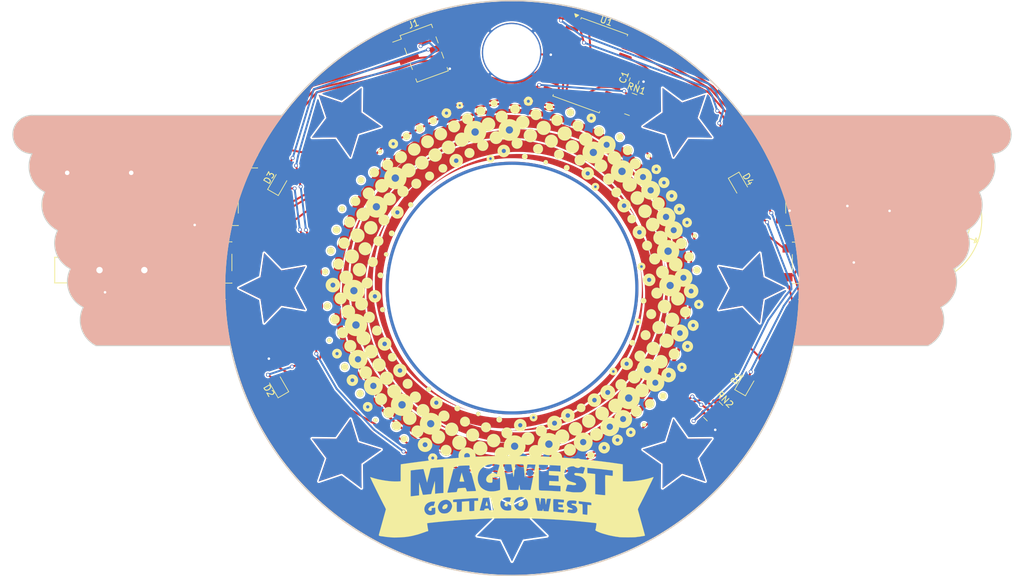
<source format=kicad_pcb>
(kicad_pcb (version 20240108) (generator "pcbnew") (generator_version "8.0")
  (layers (0 "F.Cu" signal) (31 "B.Cu" signal) (34 "B.Paste" user) (35 "F.Paste" user) (36 "B.SilkS" user "B.Silkscreen") (37 "F.SilkS" user "F.Silkscreen") (38 "B.Mask" user) (39 "F.Mask" user) (44 "Edge.Cuts" user))
  (net 0 "")
  (net 1 "VCC")
  (net 2 "GND")
  (net 3 "reset")
  (net 4 "TouchA")
  (net 5 "TouchB")
  (net 6 "TouchC")
  (net 7 "SW_A")
  (net 8 "SW_B")
  (net 9 "SW_C")
  (net 10 "SW_D")
  (net 11 "SW_E")
  (net 12 "SW_F")
  (net 13 "SW_G")
  (net 14 "SW_H")
  (net 15 "Net-(D1-K)")
  (net 16 "Net-(D1-A)")
  (net 17 "Net-(D2-K)")
  (net 18 "Net-(D3-K)")
  (net 19 "Net-(D3-A)")
  (net 20 "Net-(D4-K)")
  (net 21 "Net-(U1-(ADC8{slash}OC1D{slash}CLKO{slash}XTAL2{slash}PCINT13)PB5)")
  (net 22 "Net-(U1-(ADC7{slash}~{OC1D}{slash}CLKI{slash}XTAL1{slash}PCINT12)PB4)")
  (footprint "custom:S8211-45R" (layer "F.Cu") (at 213.14 89.19 -110)
    (property "Reference" "BT1")
    (property "Value" "Battery_Cell")
  )
  (footprint "Connector_PinHeader_2.54mm:PinHeader_2x03_P2.54mm_Vertical_SMD" (layer "F.Cu") (at 136.28 63.3 20)
    (property "Reference" "J1")
    (property "Value" "PGM")
  )
  (footprint "custom:SJ-252X-SMT" (layer "F.Cu") (at 83.55 97.19)
    (property "Reference" "J2")
    (property "Value" "JACK_2P")
  )
  (footprint "custom:PS1740P02CE" (layer "F.Cu") (at 85.5 81.99 180)
    (property "Reference" "LS1")
    (property "Value" "Speaker_Crystal")
  )
  (footprint "Button_Switch_SMD:SW_SPST_PTS645" (layer "F.Cu") (at 107 78)
    (property "Reference" "S1")
    (property "Value" "SW_SPST")
  )
  (footprint "Button_Switch_SMD:SW_SPST_PTS645" (layer "F.Cu") (at 104 87)
    (property "Reference" "S2")
    (property "Value" "SW_SPST")
  )
  (footprint "Button_Switch_SMD:SW_SPST_PTS645" (layer "F.Cu") (at 103 96)
    (property "Reference" "S3")
    (property "Value" "SW_SPST")
  )
  (footprint "Button_Switch_SMD:SW_SPST_PTS645" (layer "F.Cu") (at 102 105)
    (property "Reference" "S4")
    (property "Value" "SW_SPST")
  )
  (footprint "custom:test_star4_copper" (layer "F.Cu") (at 123.483496 73.483496 45)
    (property "Reference" "G27" (hide yes))
    (property "Value" "LOGO" (hide yes))
  )
  (footprint "custom:test_star4_copper" (layer "F.Cu") (at 112.5 100 90)
    (property "Reference" "G26" (hide yes))
    (property "Value" "LOGO" (hide yes))
  )
  (footprint "custom:test_star4_copper" (layer "F.Cu") (at 123.483496 126.516504 135)
    (property "Reference" "G25" (hide yes))
    (property "Value" "LOGO" (hide yes))
  )
  (footprint "custom:test_star4_copper" (layer "F.Cu") (at 176.516504 126.516504 -135)
    (property "Reference" "G23" (hide yes))
    (property "Value" "LOGO" (hide yes))
  )
  (footprint "custom:test_star4_copper" (layer "F.Cu") (at 187.5 100 -90)
    (property "Reference" "G22" (hide yes))
    (property "Value" "LOGO" (hide yes))
  )
  (footprint "custom:test_star4_copper" (layer "F.Cu") (at 176.516504 73.483496 -45)
    (property "Reference" "G21" (hide yes))
    (property "Value" "LOGO" (hide yes))
  )
  (footprint "custom:test_star4" (layer "F.Cu") (at 123.483496 73.483496 45)
    (property "Reference" "G13" (hide yes))
    (property "Value" "LOGO" (hide yes))
  )
  (footprint "custom:test_star4" (layer "F.Cu") (at 112.5 100 90)
    (property "Reference" "G12" (hide yes))
    (property "Value" "LOGO" (hide yes))
  )
  (footprint "custom:test_star4" (layer "F.Cu") (at 123.483496 126.516504 135)
    (property "Reference" "G11" (hide yes))
    (property "Value" "LOGO" (hide yes))
  )
  (footprint "custom:test_star4" (layer "F.Cu") (at 176.516504 126.516504 -135)
    (property "Reference" "G9" (hide yes))
    (property "Value" "LOGO" (hide yes))
  )
  (footprint "custom:test_star4" (layer "F.Cu") (at 187.5 100 -90)
    (property "Reference" "G8" (hide yes))
    (property "Value" "LOGO" (hide yes))
  )
  (footprint "custom:test_star4" (layer "F.Cu") (at 176.516504 73.483496 -45)
    (property "Reference" "G7" (hide yes))
    (property "Value" "LOGO" (hide yes))
  )
  (footprint "Button_Switch_SMD:SW_SPST_PTS645" (layer "F.Cu") (at 195 78)
    (property "Reference" "S5")
    (property "Value" "SW_SPST")
  )
  (footprint "Button_Switch_SMD:SW_SPST_PTS645" (layer "F.Cu") (at 196 87)
    (property "Reference" "S6")
    (property "Value" "SW_SPST")
  )
  (footprint "Button_Switch_SMD:SW_SPST_PTS645" (layer "F.Cu") (at 197.028 96.05)
    (property "Reference" "S7")
    (property "Value" "SW_SPST")
  )
  (footprint "Button_Switch_SMD:SW_SPST_PTS645" (layer "F.Cu") (at 198 105)
    (property "Reference" "S8")
    (property "Value" "SW_SPST")
  )
  (footprint "Capacitor_SMD:C_0805_2012Metric" (layer "F.Cu") (at 169.07 67.65 70)
    (property "Reference" "C1")
    (property "Value" "BYP")
  )
  (footprint "Resistor_SMD:R_Array_Concave_4x0603" (layer "F.Cu") (at 168.552988 71.286408 -20)
    (property "Reference" "RN1")
    (property "Value" "1M")
  )
  (footprint "Package_SO:SOIC-20W_7.5x12.8mm_P1.27mm" (layer "F.Cu") (at 162.23 65.19 -20)
    (property "Reference" "U1")
    (property "Value" "ATTINY861A-SU")
  )
  (footprint "SMD_Packages:1Pin" (layer "F.Cu") (at 150 100)
    (property "Reference" "REF**")
    (property "Value" "1Pin")
  )
  (footprint "centerspin:centerspin" (layer "F.Cu") (at 150 99.9998)
    (property "Reference" "REF**" (hide yes))
    (property "Value" "Centertouch" (hide yes))
  )
  (footprint "Connectors:1pin" (layer "F.Cu") (at 149.94 63.2)
    (property "Reference" "L1")
    (property "Value" "LANYARD")
  )
  (footprint "Resistor_SMD:R_Array_Concave_4x0603" (layer "F.Cu") (at 181.44 119.25707 -45)
    (property "Reference" "RN2")
    (property "Value" "10k")
  )
  (footprint "LED_SMD:LED_0805_2012Metric" (layer "F.Cu") (at 186.47 114.89 60)
    (property "Reference" "D1")
    (property "Value" "LED")
  )
  (footprint "LED_SMD:LED_0805_2012Metric" (layer "F.Cu") (at 113.44 115.21 120)
    (property "Reference" "D2")
    (property "Value" "LED")
  )
  (footprint "LED_SMD:LED_0805_2012Metric" (layer "F.Cu") (at 113.49 83.6 60)
    (property "Reference" "D3")
    (property "Value" "LED")
  )
  (footprint "LED_SMD:LED_0805_2012Metric" (layer "F.Cu") (at 185.47 83.82 -60)
    (property "Reference" "D4")
    (property "Value" "LED")
  )
  (footprint "halftone:halftoneSilk" (layer "F.Cu") (at 150 100 30)
    (property "Reference" "")
    (property "Value" "")
  )
  (footprint "customs:Logo" (layer "F.Cu") (at 150 133.75)
    (property "Reference" "G***" (hide yes))
    (property "Value" "LOGO" (hide yes))
  )
  (footprint "custom:test_star4_copper" (layer "B.Cu") (at 123.483496 73.483496 -135)
    (property "Reference" "G20" (hide yes))
    (property "Value" "LOGO" (hide yes))
  )
  (footprint "custom:test_star4_copper" (layer "B.Cu") (at 112.5 100 -90)
    (property "Reference" "G19" (hide yes))
    (property "Value" "LOGO" (hide yes))
  )
  (footprint "custom:test_star4_copper" (layer "B.Cu") (at 123.483496 126.516504 -45)
    (property "Reference" "G18" (hide yes))
    (property "Value" "LOGO" (hide yes))
  )
  (footprint "custom:test_star4_copper" (layer "B.Cu") (at 176.516504 126.516504 45)
    (property "Reference" "G16" (hide yes))
    (property "Value" "LOGO" (hide yes))
  )
  (footprint "custom:test_star4_copper" (layer "B.Cu") (at 187.5 100 90)
    (property "Reference" "G15" (hide yes))
    (property "Value" "LOGO" (hide yes))
  )
  (footprint "custom:test_star4_copper" (layer "B.Cu") (at 176.516504 73.483496 135)
    (property "Reference" "G14" (hide yes))
    (property "Value" "LOGO" (hide yes))
  )
  (footprint "custom:test_star4" (layer "B.Cu") (at 123.483496 73.483496 -135)
    (property "Reference" "G6" (hide yes))
    (property "Value" "LOGO" (hide yes))
  )
  (footprint "custom:test_star4" (layer "B.Cu") (at 112.5 100 -90)
    (property "Reference" "G5" (hide yes))
    (property "Value" "LOGO" (hide yes))
  )
  (footprint "custom:test_star4" (layer "B.Cu") (at 123.483496 126.516504 -45)
    (property "Reference" "G4" (hide yes))
    (property "Value" "LOGO" (hide yes))
  )
  (footprint "custom:test_star4" (layer "B.Cu") (at 176.516504 126.516504 45)
    (property "Reference" "G2" (hide yes))
    (property "Value" "LOGO" (hide yes))
  )
  (footprint "custom:test_star4" (layer "B.Cu") (at 187.5 100 90)
    (property "Reference" "G1" (hide yes))
    (property "Value" "LOGO" (hide yes))
  )
  (footprint "custom:test_star4" (layer "B.Cu") (at 176.516504 73.483496 135)
    (property "Reference" "G0" (hide yes))
    (property "Value" "LOGO" (hide yes))
  )
  (footprint "halftone:halftone" (layer "B.Cu") (at 150 100 30)
    (property "Reference" "")
    (property "Value" "")
  )
  (footprint "custom:test_star4" (layer "B.Cu") (at 150 137.5)
    (property "Reference" "G4" (hide yes))
    (property "Value" "LOGO" (hide yes))
  )
  (footprint "custom:test_star4_copper" (layer "B.Cu") (at 150 137.5)
    (property "Reference" "G18" (hide yes))
    (property "Value" "LOGO" (hide yes))
  )
  (gr_circle (center 150 100) (end 194.9 100.8) (stroke (width 0.2)) (fill none) (layer "B.SilkS"))
  (gr_circle (center 150 100) (end 194 109) (stroke (width 0.2)) (fill none) (layer "F.SilkS"))
  (gr_line (start 114 73) (end 75 73) (stroke (width 0.15)) (layer "Edge.Cuts"))
  (gr_arc (start 72 76) (mid 72.87868 73.87868) (end 75 73) (stroke (width 0.15)) (layer "Edge.Cuts"))
  (gr_arc (start 75 79) (mid 72.87868 78.12132) (end 72 76) (stroke (width 0.15)) (layer "Edge.Cuts"))
  (gr_arc (start 77 85) (mid 74.757359 82.414214) (end 75 79) (stroke (width 0.15)) (layer "Edge.Cuts"))
  (gr_arc (start 79 91) (mid 76.757359 88.414214) (end 77 85) (stroke (width 0.15)) (layer "Edge.Cuts"))
  (gr_arc (start 81 97) (mid 78.757359 94.414214) (end 79 91) (stroke (width 0.15)) (layer "Edge.Cuts"))
  (gr_arc (start 83 103) (mid 80.757359 100.414214) (end 81 97) (stroke (width 0.15)) (layer "Edge.Cuts"))
  (gr_arc (start 85 109) (mid 82.757359 106.414214) (end 83 103) (stroke (width 0.15)) (layer "Edge.Cuts"))
  (gr_line (start 174.4 62.3) (end 175.2 62.8) (stroke (width 0.15)) (layer "Edge.Cuts"))
  (gr_line (start 111.2 122.6) (end 110.7 121.8) (stroke (width 0.15)) (layer "Edge.Cuts"))
  (gr_line (start 170 140.2) (end 168.8 140.8) (stroke (width 0.15)) (layer "Edge.Cuts"))
  (gr_line (start 106 109) (end 85 109) (stroke (width 0.15)) (layer "Edge.Cuts"))
  (gr_arc (start 225 73) (mid 227.12132 73.87868) (end 228 76) (stroke (width 0.15)) (layer "Edge.Cuts"))
  (gr_line (start 107.8 115.5) (end 107.4 114.3) (stroke (width 0.15)) (layer "Edge.Cuts"))
  (gr_line (start 167.5 58.6) (end 168.8 59.2) (stroke (width 0.15)) (layer "Edge.Cuts"))
  (gr_line (start 185.7 127.2) (end 185.1 128) (stroke (width 0.15)) (layer "Edge.Cuts"))
  (gr_line (start 186.6 126) (end 186.1 126.7) (stroke (width 0.15)) (layer "Edge.Cuts"))
  (gr_line (start 185.1 128) (end 184.5 128.7) (stroke (width 0.15)) (layer "Edge.Cuts"))
  (gr_line (start 108.8 117.9) (end 108.3 116.7) (stroke (width 0.15)) (layer "Edge.Cuts"))
  (gr_line (start 173.3 138.4) (end 172.3 139) (stroke (width 0.15)) (layer "Edge.Cuts"))
  (gr_line (start 144 55.5) (end 145.5 55.3) (stroke (width 0.15)) (layer "Edge.Cuts"))
  (gr_line (start 109.8 120) (end 109.3 119) (stroke (width 0.15)) (layer "Edge.Cuts"))
  (gr_line (start 162.6 56.9) (end 163.9 57.3) (stroke (width 0.15)) (layer "Edge.Cuts"))
  (gr_line (start 180.6 132.9) (end 179.9 133.5) (stroke (width 0.15)) (layer "Edge.Cuts"))
  (gr_line (start 188.7 122.8) (end 188.4 123.3) (stroke (width 0.15)) (layer "Edge.Cuts"))
  (gr_line (start 179.9 133.5) (end 179.2 134.1) (stroke (width 0.15)) (layer "Edge.Cuts"))
  (gr_line (start 178.1 65) (end 178.9 65.6) (stroke (width 0.15)) (layer "Edge.Cuts"))
  (gr_line (start 182 131.5) (end 181.3 132.2) (stroke (width 0.15)) (layer "Edge.Cuts"))
  (gr_line (start 186.1 126.7) (end 185.7 127.2) (stroke (width 0.15)) (layer "Edge.Cuts"))
  (gr_line (start 191.8 116.5) (end 191.5 117.2) (stroke (width 0.15)) (layer "Edge.Cuts"))
  (gr_line (start 123.3 136.1) (end 122.2 135.3) (stroke (width 0.15)) (layer "Edge.Cuts"))
  (gr_line (start 114.1 127) (end 113.3 125.9) (stroke (width 0.15)) (layer "Edge.Cuts"))
  (gr_line (start 168.1 141.1) (end 167.4 141.4) (stroke (width 0.15)) (layer "Edge.Cuts"))
  (gr_line (start 115.2 71.6) (end 116.2 70.4) (stroke (width 0.15)) (layer "Edge.Cuts"))
  (gr_line (start 122.2 135.3) (end 121.1 134.4) (stroke (width 0.15)) (layer "Edge.Cuts"))
  (gr_line (start 178.9 65.6) (end 179.5 66.1) (stroke (width 0.15)) (layer "Edge.Cuts"))
  (gr_line (start 182.8 130.7) (end 182 131.5) (stroke (width 0.15)) (layer "Edge.Cuts"))
  (gr_line (start 132.3 58.7) (end 133.6 58.2) (stroke (width 0.15)) (layer "Edge.Cuts"))
  (gr_line (start 146.8 144.8) (end 144.8 144.6) (stroke (width 0.15)) (layer "Edge.Cuts"))
  (gr_line (start 158.6 55.9) (end 160.1 56.2) (stroke (width 0.15)) (layer "Edge.Cuts"))
  (gr_arc (start 217 103) (mid 217.242641 106.414214) (end 215 109) (stroke (width 0.15)) (layer "Edge.Cuts"))
  (gr_line (start 148.8 144.9) (end 146.8 144.8) (stroke (width 0.15)) (layer "Edge.Cuts"))
  (gr_line (start 131 59.3) (end 132.3 58.7) (stroke (width 0.15)) (layer "Edge.Cuts"))
  (gr_line (start 174.4 137.7) (end 173.3 138.4) (stroke (width 0.15)) (layer "Edge.Cuts"))
  (gr_line (start 185.8 72.8) (end 186 73) (stroke (width 0.15)) (layer "Edge.Cuts"))
  (gr_line (start 193.2 112.2) (end 193 113) (stroke (width 0.15)) (layer "Edge.Cuts"))
  (gr_line (start 116.2 70.4) (end 117.2 69.3) (stroke (width 0.15)) (layer "Edge.Cuts"))
  (gr_arc (start 221 91) (mid 221.242641 94.414214) (end 219 97) (stroke (width 0.15)) (layer "Edge.Cuts"))
  (gr_line (start 124.6 137) (end 123.3 136.1) (stroke (width 0.15)) (layer "Edge.Cuts"))
  (gr_line (start 119.1 132.6) (end 118.2 131.7) (stroke (width 0.15)) (layer "Edge.Cuts"))
  (gr_line (start 117.3 130.8) (end 116.4 129.8) (stroke (width 0.15)) (layer "Edge.Cuts"))
  (gr_line (start 159 144) (end 157.4 144.3) (stroke (width 0.15)) (layer "Edge.Cuts"))
  (gr_line (start 116.4 129.8) (end 115.7 129) (stroke (width 0.15)) (layer "Edge.Cuts"))
  (gr_line (start 132.1 141.2) (end 130.2 140.3) (stroke (width 0.15)) (layer "Edge.Cuts"))
  (gr_line (start 176.7 136.1) (end 175.6 136.9) (stroke (width 0.15)) (layer "Edge.Cuts"))
  (gr_line (start 190.9 118.6) (end 190.6 119.2) (stroke (width 0.15)) (layer "Edge.Cuts"))
  (gr_line (start 186 73) (end 225 73) (stroke (width 0.15)) (layer "Edge.Cuts"))
  (gr_line (start 167.4 141.4) (end 166.4 141.8) (stroke (width 0.15)) (layer "Edge.Cuts"))
  (gr_line (start 190.6 119.2) (end 190.3 119.8) (stroke (width 0.15)) (layer "Edge.Cuts"))
  (gr_line (start 169.8 59.7) (end 171 60.3) (stroke (width 0.15)) (layer "Edge.Cuts"))
  (gr_line (start 144.8 144.6) (end 142.7 144.3) (stroke (width 0.15)) (layer "Edge.Cuts"))
  (gr_line (start 161.2 143.5) (end 160.2 143.7) (stroke (width 0.15)) (layer "Edge.Cuts"))
  (gr_arc (start 225 79) (mid 225.242641 82.414214) (end 223 85) (stroke (width 0.15)) (layer "Edge.Cuts"))
  (gr_line (start 165.6 142.1) (end 164.8 142.4) (stroke (width 0.15)) (layer "Edge.Cuts"))
  (gr_arc (start 219 97) (mid 219.242641 100.414214) (end 217 103) (stroke (width 0.15)) (layer "Edge.Cuts"))
  (gr_line (start 122.7 64.3) (end 124.4 63.1) (stroke (width 0.15)) (layer "Edge.Cuts"))
  (gr_line (start 192.1 115.7) (end 191.8 116.5) (stroke (width 0.15)) (layer "Edge.Cuts"))
  (gr_line (start 171 60.3) (end 171.9 60.8) (stroke (width 0.15)) (layer "Edge.Cuts"))
  (gr_line (start 138.1 56.7) (end 139.7 56.3) (stroke (width 0.15)) (layer "Edge.Cuts"))
  (gr_line (start 113.3 125.9) (end 112.5 124.7) (stroke (width 0.15)) (layer "Edge.Cuts"))
  (gr_line (start 106.3 110.3) (end 106 109) (stroke (width 0.15)) (layer "Edge.Cuts"))
  (gr_line (start 193 113) (end 192.7 113.9) (stroke (width 0.15)) (layer "Edge.Cuts"))
  (gr_line (start 107 112.9) (end 106.6 111.5) (stroke (width 0.15)) (layer "Edge.Cuts"))
  (gr_line (start 129.5 60) (end 131 59.3) (stroke (width 0.15)) (layer "Edge.Cuts"))
  (gr_line (start 194 109) (end 193.8 110) (stroke (width 0.15)) (layer "Edge.Cuts"))
  (gr_line (start 112.5 124.7) (end 111.8 123.6) (stroke (width 0.15)) (layer "Edge.Cuts"))
  (gr_line (start 117.2 69.3) (end 118 68.5) (stroke (width 0.15)) (layer "Edge.Cuts"))
  (gr_line (start 153 55.2) (end 154.4 55.3) (stroke (width 0.15)) (layer "Edge.Cuts"))
  (gr_line (start 119 67.5) (end 120.5 66.1) (stroke (width 0.15)) (layer "Edge.Cuts"))
  (gr_line (start 137 143) (end 135.4 142.5) (stroke (width 0.15)) (layer "Edge.Cuts"))
  (gr_line (start 183.8 70.4) (end 184.2 70.9) (stroke (width 0.15)) (layer "Edge.Cuts"))
  (gr_line (start 106.6 111.5) (end 106.3 110.3) (stroke (width 0.15)) (layer "Edge.Cuts"))
  (gr_line (start 191.5 117.2) (end 191.2 117.9) (stroke (width 0.15)) (layer "Edge.Cuts"))
  (gr_line (start 177.3 64.3) (end 178.1 65) (stroke (width 0.15)) (layer "Edge.Cuts"))
  (gr_line (start 160.2 143.7) (end 159 144) (stroke (width 0.15)) (layer "Edge.Cuts"))
  (gr_line (start 121.1 134.4) (end 120.2 133.6) (stroke (width 0.15)) (layer "Edge.Cuts"))
  (gr_line (start 121.6 65.2) (end 122.7 64.3) (stroke (width 0.15)) (layer "Edge.Cuts"))
  (gr_line (start 164.8 142.4) (end 163.8 142.7) (stroke (width 0.15)) (layer "Edge.Cuts"))
  (gr_line (start 147 55.2) (end 148.7 55.1) (stroke (width 0.15)) (layer "Edge.Cuts"))
  (gr_line (start 175.9 63.3) (end 176.6 63.8) (stroke (width 0.15)) (layer "Edge.Cuts"))
  (gr_line (start 140.4 143.9) (end 138.8 143.5) (stroke (width 0.15)) (layer "Edge.Cuts"))
  (gr_line (start 215 109) (end 194 109) (stroke (width 0.15)) (layer "Edge.Cuts"))
  (gr_line (start 127.2 138.7) (end 125.9 137.9) (stroke (width 0.15)) (layer "Edge.Cuts"))
  (gr_line (start 188.4 123.3) (end 187.9 124.1) (stroke (width 0.15)) (layer "Edge.Cuts"))
  (gr_line (start 111.8 123.6) (end 111.2 122.6) (stroke (width 0.15)) (layer "Edge.Cuts"))
  (gr_line (start 193.4 111.5) (end 193.2 112.2) (stroke (width 0.15)) (layer "Edge.Cuts"))
  (gr_line (start 168.8 59.2) (end 169.8 59.7) (stroke (width 0.15)) (layer "Edge.Cuts"))
  (gr_line (start 190.3 119.8) (end 190 120.4) (stroke (width 0.15)) (layer "Edge.Cuts"))
  (gr_line (start 128.4 139.4) (end 127.2 138.7) (stroke (width 0.15)) (layer "Edge.Cuts"))
  (gr_line (start 179.5 66.1) (end 180.3 66.8) (stroke (width 0.15)) (layer "Edge.Cuts"))
  (gr_line (start 181.8 68.3) (end 182.4 68.9) (stroke (width 0.15)) (layer "Edge.Cuts"))
  (gr_line (start 180.9 67.4) (end 181.3 67.8) (stroke (width 0.15)) (layer "Edge.Cuts"))
  (gr_line (start 178.4 134.8) (end 177.5 135.5) (stroke (width 0.15)) (layer "Edge.Cuts"))
  (gr_line (start 171.1 139.6) (end 170 140.2) (stroke (width 0.15)) (layer "Edge.Cuts"))
  (gr_line (start 110.7 121.8) (end 110.2 120.8) (stroke (width 0.15)) (layer "Edge.Cuts"))
  (gr_line (start 163 143) (end 162.2 143.2) (stroke (width 0.15)) (layer "Edge.Cuts"))
  (gr_line (start 177.5 135.5) (end 176.7 136.1) (stroke (width 0.15)) (layer "Edge.Cuts"))
  (gr_line (start 179.2 134.1) (end 178.4 134.8) (stroke (width 0.15)) (layer "Edge.Cuts"))
  (gr_line (start 184.8 71.6) (end 185.4 72.3) (stroke (width 0.15)) (layer "Edge.Cuts"))
  (gr_line (start 141.4 55.9) (end 142.6 55.7) (stroke (width 0.15)) (layer "Edge.Cuts"))
  (gr_line (start 192.7 113.9) (end 192.4 114.8) (stroke (width 0.15)) (layer "Edge.Cuts"))
  (gr_line (start 109.3 119) (end 108.8 117.9) (stroke (width 0.15)) (layer "Edge.Cuts"))
  (gr_line (start 120.2 133.6) (end 119.1 132.6) (stroke (width 0.15)) (layer "Edge.Cuts"))
  (gr_line (start 156 55.5) (end 157.5 55.7) (stroke (width 0.15)) (layer "Edge.Cuts"))
  (gr_line (start 114.8 127.9) (end 114.1 127) (stroke (width 0.15)) (layer "Edge.Cuts"))
  (gr_line (start 182.4 68.9) (end 182.9 69.4) (stroke (width 0.15)) (layer "Edge.Cuts"))
  (gr_line (start 134 142) (end 132.5 141.4) (stroke (width 0.15)) (layer "Edge.Cuts"))
  (gr_line (start 135.2 57.6) (end 136.7 57.1) (stroke (width 0.15)) (layer "Edge.Cuts"))
  (gr_line (start 125.7 62.2) (end 127 61.4) (stroke (width 0.15)) (layer "Edge.Cuts"))
  (gr_line (start 189.6 121.2) (end 189.1 122.1) (stroke (width 0.15)) (layer "Edge.Cuts"))
  (gr_line (start 187.1 125.3) (end 186.6 126) (stroke (width 0.15)) (layer "Edge.Cuts"))
  (gr_line (start 157.5 55.7) (end 158.6 55.9) (stroke (width 0.15)) (layer "Edge.Cuts"))
  (gr_line (start 168.8 140.8) (end 168.1 141.1) (stroke (width 0.15)) (layer "Edge.Cuts"))
  (gr_line (start 118 68.5) (end 119 67.5) (stroke (width 0.15)) (layer "Edge.Cuts"))
  (gr_line (start 153.1 144.8) (end 151.6 144.9) (stroke (width 0.15)) (layer "Edge.Cuts"))
  (gr_line (start 127 61.4) (end 128.2 60.7) (stroke (width 0.15)) (layer "Edge.Cuts"))
  (gr_line (start 192.4 114.8) (end 192.1 115.7) (stroke (width 0.15)) (layer "Edge.Cuts"))
  (gr_line (start 136.7 57.1) (end 138.1 56.7) (stroke (width 0.15)) (layer "Edge.Cuts"))
  (gr_line (start 173.6 61.8) (end 174.4 62.3) (stroke (width 0.15)) (layer "Edge.Cuts"))
  (gr_line (start 114.6 72.4) (end 115.2 71.6) (stroke (width 0.15)) (layer "Edge.Cuts"))
  (gr_line (start 189.1 122.1) (end 188.7 122.8) (stroke (width 0.15)) (layer "Edge.Cuts"))
  (gr_line (start 118.2 131.7) (end 117.3 130.8) (stroke (width 0.15)) (layer "Edge.Cuts"))
  (gr_line (start 108.3 116.7) (end 107.8 115.5) (stroke (width 0.15)) (layer "Edge.Cuts"))
  (gr_line (start 157.4 144.3) (end 155.4 144.6) (stroke (width 0.15)) (layer "Edge.Cuts"))
  (gr_line (start 172.3 139) (end 171.1 139.6) (stroke (width 0.15)) (layer "Edge.Cuts"))
  (gr_line (start 142.7 144.3) (end 140.4 143.9) (stroke (width 0.15)) (layer "Edge.Cuts"))
  (gr_line (start 151.6 144.9) (end 149.7 144.9) (stroke (width 0.15)) (layer "Edge.Cuts"))
  (gr_line (start 171.9 60.8) (end 172.8 61.3) (stroke (width 0.15)) (layer "Edge.Cuts"))
  (gr_line (start 138.8 143.5) (end 137 143) (stroke (width 0.15)) (layer "Edge.Cuts"))
  (gr_line (start 191.2 117.9) (end 190.9 118.6) (stroke (width 0.15)) (layer "Edge.Cuts"))
  (gr_line (start 184.2 70.9) (end 184.8 71.6) (stroke (width 0.15)) (layer "Edge.Cuts"))
  (gr_line (start 190 120.4) (end 189.6 121.2) (stroke (width 0.15)) (layer "Edge.Cuts"))
  (gr_line (start 163.9 57.3) (end 165.1 57.7) (stroke (width 0.15)) (layer "Edge.Cuts"))
  (gr_arc (start 228 76) (mid 227.12132 78.12132) (end 225 79) (stroke (width 0.15)) (layer "Edge.Cuts"))
  (gr_line (start 166.4 141.8) (end 165.6 142.1) (stroke (width 0.15)) (layer "Edge.Cuts"))
  (gr_line (start 172.8 61.3) (end 173.6 61.8) (stroke (width 0.15)) (layer "Edge.Cuts"))
  (gr_line (start 124.4 63.1) (end 125.7 62.2) (stroke (width 0.15)) (layer "Edge.Cuts"))
  (gr_line (start 132.5 141.4) (end 132.1 141.2) (stroke (width 0.15)) (layer "Edge.Cuts"))
  (gr_line (start 181.3 132.2) (end 180.6 132.9) (stroke (width 0.15)) (layer "Edge.Cuts"))
  (gr_line (start 161.2 56.5) (end 162.6 56.9) (stroke (width 0.15)) (layer "Edge.Cuts"))
  (gr_line (start 148.7 55.1) (end 150.7 55.1) (stroke (width 0.15)) (layer "Edge.Cuts"))
  (gr_line (start 133.6 58.2) (end 135.2 57.6) (stroke (width 0.15)) (layer "Edge.Cuts"))
  (gr_line (start 110.2 120.8) (end 109.8 120) (stroke (width 0.15)) (layer "Edge.Cuts"))
  (gr_line (start 145.5 55.3) (end 147 55.2) (stroke (width 0.15)) (layer "Edge.Cuts"))
  (gr_line (start 175.6 136.9) (end 174.4 137.7) (stroke (width 0.15)) (layer "Edge.Cuts"))
  (gr_line (start 193.6 110.8) (end 193.4 111.5) (stroke (width 0.15)) (layer "Edge.Cuts"))
  (gr_line (start 181.3 67.8) (end 181.8 68.3) (stroke (width 0.15)) (layer "Edge.Cuts"))
  (gr_line (start 120.5 66.1) (end 121.6 65.2) (stroke (width 0.15)) (layer "Edge.Cuts"))
  (gr_line (start 128.2 60.7) (end 129.5 60) (stroke (width 0.15)) (layer "Edge.Cuts"))
  (gr_line (start 184.5 128.7) (end 184 129.3) (stroke (width 0.15)) (layer "Edge.Cuts"))
  (gr_line (start 135.4 142.5) (end 134 142) (stroke (width 0.15)) (layer "Edge.Cuts"))
  (gr_line (start 150.7 55.1) (end 151.7 55.1) (stroke (width 0.15)) (layer "Edge.Cuts"))
  (gr_arc (start 223 85) (mid 223.242641 88.414214) (end 221 91) (stroke (width 0.15)) (layer "Edge.Cuts"))
  (gr_line (start 154.4 55.3) (end 156 55.5) (stroke (width 0.15)) (layer "Edge.Cuts"))
  (gr_line (start 166.2 58.1) (end 167.5 58.6) (stroke (width 0.15)) (layer "Edge.Cuts"))
  (gr_line (start 160.1 56.2) (end 161.2 56.5) (stroke (width 0.15)) (layer "Edge.Cuts"))
  (gr_line (start 176.6 63.8) (end 177.3 64.3) (stroke (width 0.15)) (layer "Edge.Cuts"))
  (gr_line (start 125.9 137.9) (end 124.6 137) (stroke (width 0.15)) (layer "Edge.Cuts"))
  (gr_line (start 107.4 114.3) (end 107 112.9) (stroke (width 0.15)) (layer "Edge.Cuts"))
  (gr_line (start 185.4 72.3) (end 185.8 72.8) (stroke (width 0.15)) (layer "Edge.Cuts"))
  (gr_line (start 187.5 124.7) (end 187.1 125.3) (stroke (width 0.15)) (layer "Edge.Cuts"))
  (gr_line (start 115.7 129) (end 114.8 127.9) (stroke (width 0.15)) (layer "Edge.Cuts"))
  (gr_line (start 187.9 124.1) (end 187.5 124.7) (stroke (width 0.15)) (layer "Edge.Cuts"))
  (gr_line (start 149.7 144.9) (end 148.8 144.9) (stroke (width 0.15)) (layer "Edge.Cuts"))
  (gr_line (start 155.4 144.6) (end 153.1 144.8) (stroke (width 0.15)) (layer "Edge.Cuts"))
  (gr_line (start 183.4 130) (end 182.8 130.7) (stroke (width 0.15)) (layer "Edge.Cuts"))
  (gr_line (start 180.3 66.8) (end 180.9 67.4) (stroke (width 0.15)) (layer "Edge.Cuts"))
  (gr_line (start 163.8 142.7) (end 163 143) (stroke (width 0.15)) (layer "Edge.Cuts"))
  (gr_line (start 139.7 56.3) (end 141.4 55.9) (stroke (width 0.15)) (layer "Edge.Cuts"))
  (gr_line (start 183.3 69.9) (end 183.8 70.4) (stroke (width 0.15)) (layer "Edge.Cuts"))
  (gr_line (start 114 73) (end 114.6 72.4) (stroke (width 0.15)) (layer "Edge.Cuts"))
  (gr_line (start 165.1 57.7) (end 166.2 58.1) (stroke (width 0.15)) (layer "Edge.Cuts"))
  (gr_line (start 142.6 55.7) (end 144 55.5) (stroke (width 0.15)) (layer "Edge.Cuts"))
  (gr_line (start 151.7 55.1) (end 153 55.2) (stroke (width 0.15)) (layer "Edge.Cuts"))
  (gr_line (start 130.2 140.3) (end 128.4 139.4) (stroke (width 0.15)) (layer "Edge.Cuts"))
  (gr_line (start 175.2 62.8) (end 175.9 63.3) (stroke (width 0.15)) (layer "Edge.Cuts"))
  (gr_line (start 162.2 143.2) (end 161.2 143.5) (stroke (width 0.15)) (layer "Edge.Cuts"))
  (gr_line (start 184 129.3) (end 183.4 130) (stroke (width 0.15)) (layer "Edge.Cuts"))
  (gr_line (start 193.8 110) (end 193.6 110.8) (stroke (width 0.15)) (layer "Edge.Cuts"))
  (gr_line (start 182.9 69.4) (end 183.3 69.9) (stroke (width 0.15)) (layer "Edge.Cuts"))
  (segment (start 196.215 87.63) (end 196.215 86.995) (width 0.3048) (layer "F.Cu") (net 0))
  (segment (start 196.215 86.995) (end 196.85 86.36) (width 0.3048) (layer "F.Cu") (net 0))
  (segment (start 196.85 86.36) (end 198.12 86.36) (width 0.3048) (layer "F.Cu") (net 0))
  (segment (start 198.12 86.36) (end 197.485 85.725) (width 0.3048) (layer "F.Cu") (net 0))
  (segment (start 197.485 85.725) (end 197.485 86.995) (width 0.3048) (layer "F.Cu") (net 0))
  (segment (start 197.485 86.995) (end 196.85 87.63) (width 0.3048) (layer "F.Cu") (net 0))
  (segment (start 196.85 87.63) (end 196.215 87.63) (width 0.3048) (layer "F.Cu") (net 0))
  (segment (start 213 75.95) (end 212.950859 75.945508) (width 0.3048) (layer "F.Cu") (net 1))
  (segment (start 185.87 73.47) (end 181.39 68.51) (width 0.3048) (layer "F.Cu") (net 1))
  (segment (start 181.39 68.51) (end 170.42 61.3) (width 0.3048) (layer "F.Cu") (net 1))
  (segment (start 138.014217 59.965785) (end 145.57 55.82) (width 0.3048) (layer "F.Cu") (net 1))
  (segment (start 145.57 55.82) (end 151.779768 55.633018) (width 0.3048) (layer "F.Cu") (net 1))
  (segment (start 151.779768 55.633018) (end 151.88 55.63) (width 0.3048) (layer "F.Cu") (net 1))
  (segment (start 169.284226 69.105057) (end 169.3 68.88199) (width 0.3048) (layer "F.Cu") (net 1))
  (segment (start 151.88 55.63) (end 159.32 56.63) (width 0.3048) (layer "F.Cu") (net 1))
  (segment (start 159.32 56.63) (end 161.83 57.53) (width 0.3048) (layer "F.Cu") (net 1))
  (segment (start 161.83 57.53) (end 170.42 61.3) (width 0.3048) (layer "F.Cu") (net 1))
  (segment (start 169.3 68.88199) (end 168.744226 68.545057) (width 0.3048) (layer "F.Cu") (net 1))
  (segment (start 169.01349 72.72571) (end 169.287106 71.973956) (width 0.3048) (layer "F.Cu") (net 1))
  (segment (start 169.287106 71.973956) (end 169.560722 71.222202) (width 0.3048) (layer "F.Cu") (net 1))
  (segment (start 169.560722 71.222202) (end 169.834338 70.470448) (width 0.3048) (layer "F.Cu") (net 1))
  (segment (start 169.834338 70.470448) (end 169.284226 69.105057) (width 0.3048) (layer "F.Cu") (net 1))
  (segment (start 168.744226 68.545057) (end 166.429373 67.394199) (width 0.3048) (layer "F.Cu") (net 1))
  (segment (start 158.030627 62.985801) (end 162.48263 65.322602) (width 0.3048) (layer "F.Cu") (net 1))
  (segment (start 161.83 57.53) (end 162.48263 65.322602) (width 0.3048) (layer "F.Cu") (net 1))
  (segment (start 162.48263 65.322602) (end 166.429373 67.394199) (width 0.3048) (layer "F.Cu") (net 1))
  (segment (start 212.950859 75.945508) (end 204.690639 75.190427) (width 0.3048) (layer "F.Cu") (net 1))
  (segment (start 212.950859 75.945508) (end 218.740171 76.551134) (width 0.3048) (layer "F.Cu") (net 1))
  (segment (start 209.539829 101.828866) (end 203.4032 96.00184) (width 0.3048) (layer "F.Cu") (net 1))
  (segment (start 202.39736 87.1728) (end 204.690639 75.190427) (width 0.3048) (layer "F.Cu") (net 1))
  (segment (start 204.690639 75.190427) (end 185.87 73.47) (width 0.3048) (layer "F.Cu") (net 1))
  (via (at 203.4032 96.00184) (size 0.6) (drill 0.4) (layers "F.Cu" "B.Cu") (net 1))
  (via (at 202.39736 87.1728) (size 0.6) (drill 0.4) (layers "F.Cu" "B.Cu") (net 1))
  (segment (start 203.4032 96.00184) (end 202.39736 87.1728) (width 0.3048) (layer "B.Cu") (net 1))
  (segment (start 83.7 100.275) (end 98.0275 106.95) (width 0.3048) (layer "F.Cu") (net 2))
  (segment (start 98.0275 106.95) (end 96.84 103.89) (width 0.3048) (layer "F.Cu") (net 2))
  (segment (start 96.84 103.89) (end 96.83 102.31) (width 0.3048) (layer "F.Cu") (net 2))
  (segment (start 96.83 102.31) (end 97.830719 98.666464) (width 0.3048) (layer "F.Cu") (net 2))
  (segment (start 97.830719 98.666464) (end 98.86 97.87) (width 0.3048) (layer "F.Cu") (net 2))
  (segment (start 139.75168 64.739423) (end 136.38 65.17) (width 0.3048) (layer "F.Cu") (net 2))
  (segment (start 136.38 65.17) (end 135.36 65.27) (width 0.3048) (layer "F.Cu") (net 2))
  (segment (start 135.36 65.27) (end 132.12 66.45) (width 0.3048) (layer "F.Cu") (net 2))
  (segment (start 132.12 66.45) (end 119.47 69.43) (width 0.3048) (layer "F.Cu") (net 2))
  (segment (start 119.47 69.43) (end 114.89 74.66) (width 0.3048) (layer "F.Cu") (net 2))
  (segment (start 114.89 74.66) (end 114.36 74.88) (width 0.3048) (layer "F.Cu") (net 2))
  (segment (start 114.36 74.88) (end 102.08 74.99) (width 0.3048) (layer "F.Cu") (net 2))
  (segment (start 102.08 74.99) (end 101.79 75.13) (width 0.3048) (layer "F.Cu") (net 2))
  (segment (start 101.79 75.13) (end 101.64 76.08) (width 0.3048) (layer "F.Cu") (net 2))
  (segment (start 102.42 80.01) (end 101.77 77.65) (width 0.3048) (layer "F.Cu") (net 2))
  (segment (start 101.77 77.65) (end 101.64 76.08) (width 0.3048) (layer "F.Cu") (net 2))
  (segment (start 191.0275 79.95) (end 194.32 84.04) (width 0.3048) (layer "F.Cu") (net 2))
  (segment (start 194.32 84.04) (end 194.29 86.19) (width 0.3048) (layer "F.Cu") (net 2))
  (segment (start 194.29 86.19) (end 193.98561 86.855439) (width 0.3048) (layer "F.Cu") (net 2))
  (segment (start 192.1275 89) (end 194.414093 91.528219) (width 0.3048) (layer "F.Cu") (net 2))
  (segment (start 195.41 93.38) (end 195.41 95.17) (width 0.3048) (layer "F.Cu") (net 2))
  (segment (start 195.41 95.17) (end 194.0555 98) (width 0.3048) (layer "F.Cu") (net 2))
  (segment (start 194.0555 98) (end 194.057091 98.005229) (width 0.3048) (layer "F.Cu") (net 2))
  (segment (start 195.37 102.32) (end 195.27 103.96) (width 0.3048) (layer "F.Cu") (net 2))
  (segment (start 195.27 103.96) (end 194.0275 106.95) (width 0.3048) (layer "F.Cu") (net 2))
  (segment (start 98.0275 106.95) (end 105 108.3) (width 0.3048) (layer "F.Cu") (net 2))
  (segment (start 105 108.3) (end 106.95 108.52) (width 0.3048) (layer "F.Cu") (net 2))
  (segment (start 106.95 108.52) (end 111.643233 111.279461) (width 0.3048) (layer "F.Cu") (net 2))
  (segment (start 139.75168 64.739423) (end 149.07 67.87) (width 0.3048) (layer "F.Cu") (net 2))
  (segment (start 149.07 67.87) (end 150.45 67.92) (width 0.3048) (layer "F.Cu") (net 2))
  (segment (start 150.45 67.92) (end 151.78 67.67) (width 0.3048) (layer "F.Cu") (net 2))
  (segment (start 151.78 67.67) (end 153.74 66.34) (width 0.3048) (layer "F.Cu") (net 2))
  (segment (start 168.73 74.49) (end 168.7 75.04) (width 0.3048) (layer "F.Cu") (net 2))
  (segment (start 168.7 75.04) (end 168.83 75.38) (width 0.3048) (layer "F.Cu") (net 2))
  (segment (start 168.83 75.38) (end 169.3 76.15) (width 0.3048) (layer "F.Cu") (net 2))
  (segment (start 169.3 76.15) (end 175.85 86.06) (width 0.3048) (layer "F.Cu") (net 2))
  (segment (start 175.85 86.06) (end 179.32 94.27) (width 0.3048) (layer "F.Cu") (net 2))
  (segment (start 179.32 94.27) (end 181.86 103.95) (width 0.3048) (layer "F.Cu") (net 2))
  (segment (start 181.86 103.95) (end 186.89822 109.010157) (width 0.3048) (layer "F.Cu") (net 2))
  (segment (start 188.611203 110.730599) (end 194.0275 106.95) (width 0.3048) (layer "F.Cu") (net 2))
  (segment (start 169.395774 66.754943) (end 166.863738 66.20079) (width 0.3048) (layer "F.Cu") (net 2))
  (segment (start 169.395774 66.754943) (end 170.74 70.26) (width 0.3048) (layer "F.Cu") (net 2))
  (segment (start 170.74 70.26) (end 170.78 70.34) (width 0.3048) (layer "F.Cu") (net 2))
  (segment (start 170.78 70.34) (end 170.8 70.47) (width 0.3048) (layer "F.Cu") (net 2))
  (segment (start 170.8 70.47) (end 170.75 70.61) (width 0.3048) (layer "F.Cu") (net 2))
  (segment (start 170.75 70.61) (end 169.77 73.32) (width 0.3048) (layer "F.Cu") (net 2))
  (segment (start 169.77 73.32) (end 169.68 73.4) (width 0.3048) (layer "F.Cu") (net 2))
  (segment (start 169.68 73.4) (end 169.59 73.46) (width 0.3048) (layer "F.Cu") (net 2))
  (segment (start 169.59 73.46) (end 169.41 73.53) (width 0.3048) (layer "F.Cu") (net 2))
  (segment (start 169.41 73.53) (end 169 73.88) (width 0.3048) (layer "F.Cu") (net 2))
  (segment (start 169 73.88) (end 168.73 74.49) (width 0.3048) (layer "F.Cu") (net 2))
  (segment (start 153.74 66.34) (end 156.36 63.98) (width 0.3048) (layer "F.Cu") (net 2))
  (segment (start 156.36 63.98) (end 157.596262 64.17921) (width 0.3048) (layer "F.Cu") (net 2))
  (segment (start 139.75168 64.739423) (end 140.28 65.73) (width 0.3048) (layer "F.Cu") (net 2))
  (segment (start 169.395774 66.754943) (end 170.55 67.75) (width 0.3048) (layer "F.Cu") (net 2))
  (segment (start 192.1275 89) (end 193.37 87.91) (width 0.3048) (layer "F.Cu") (net 2))
  (segment (start 84.45 100.89) (end 86.41 100.66) (width 0.3048) (layer "F.Cu") (net 2))
  (segment (start 99.5075 88.95) (end 100.42 90.14) (width 0.3048) (layer "F.Cu") (net 2))
  (segment (start 181.249081 120.756137) (end 181.637609 120.36761) (width 0.3048) (layer "F.Cu") (net 2))
  (segment (start 181.814767 120.190452) (end 182.380452 119.624767) (width 0.3048) (layer "F.Cu") (net 2))
  (segment (start 182.380452 119.624767) (end 182.946137 119.059081) (width 0.3048) (layer "F.Cu") (net 2))
  (segment (start 182.946137 119.059081) (end 186.58 117.68) (width 0.3048) (layer "F.Cu") (net 2))
  (segment (start 186.58 117.68) (end 189.21 113.52) (width 0.3048) (layer "F.Cu") (net 2))
  (segment (start 189.21 113.52) (end 188.611203 110.730599) (width 0.3048) (layer "F.Cu") (net 2))
  (segment (start 175.07 118) (end 186.89822 109.010157) (width 0.3048) (layer "F.Cu") (net 2))
  (segment (start 186.89822 109.010157) (end 188.611203 110.730599) (width 0.3048) (layer "F.Cu") (net 2))
  (segment (start 181.637609 120.36761) (end 181.814767 120.190452) (width 0.3048) (layer "F.Cu") (net 2))
  (segment (start 181.637609 120.36761) (end 181.75 122.15) (width 0.3048) (layer "F.Cu") (net 2))
  (segment (start 111.643233 111.279461) (end 137.53 126.5) (width 0.3048) (layer "F.Cu") (net 2))
  (segment (start 111.643233 111.279461) (end 112.01 111.03) (width 0.3048) (layer "F.Cu") (net 2))
  (segment (start 137.53 126.5) (end 148.09 128.78) (width 0.3048) (layer "F.Cu") (net 2))
  (segment (start 148.09 128.78) (end 156.78 128.05) (width 0.3048) (layer "F.Cu") (net 2))
  (segment (start 156.78 128.05) (end 168.82 123.18) (width 0.3048) (layer "F.Cu") (net 2))
  (segment (start 168.82 123.18) (end 175.07 118) (width 0.3048) (layer "F.Cu") (net 2))
  (segment (start 214.14 89.19) (end 201.83856 91.39174) (width 0.3048) (layer "F.Cu") (net 2))
  (segment (start 201.83856 91.39174) (end 194.414093 91.528219) (width 0.3048) (layer "F.Cu") (net 2))
  (segment (start 194.414093 91.528219) (end 195.41 93.38) (width 0.3048) (layer "F.Cu") (net 2))
  (segment (start 100.39 93.454483) (end 100.31 93.19) (width 0.3048) (layer "F.Cu") (net 2))
  (segment (start 100.39 94.91) (end 100.06 95.24) (width 0.3048) (layer "F.Cu") (net 2))
  (segment (start 100.06 95.24) (end 98.84 95.24) (width 0.3048) (layer "F.Cu") (net 2))
  (segment (start 194.057091 98.005229) (end 195.37 102.32) (width 0.3048) (layer "F.Cu") (net 2))
  (segment (start 194.057091 98.005229) (end 193.0555 98) (width 0.3048) (layer "F.Cu") (net 2))
  (segment (start 193.98561 86.855439) (end 192.1275 89) (width 0.3048) (layer "F.Cu") (net 2))
  (segment (start 216.26 87.06) (end 216.37 93.04) (width 0.3048) (layer "F.Cu") (net 2))
  (segment (start 99.5075 88.95) (end 101.62 86.09) (width 0.3048) (layer "F.Cu") (net 2))
  (segment (start 101.62 86.09) (end 102.42 80.01) (width 0.3048) (layer "F.Cu") (net 2))
  (segment (start 99.5075 88.95) (end 100.39 93.454483) (width 0.3048) (layer "F.Cu") (net 2))
  (segment (start 98.84 95.24) (end 97.458061 95.114424) (width 0.3048) (layer "F.Cu") (net 2))
  (segment (start 97.458061 95.114424) (end 97.008061 94.284424) (width 0.3048) (layer "F.Cu") (net 2))
  (segment (start 97.008061 94.284424) (end 93.77 81.58) (width 0.3048) (layer "F.Cu") (net 2))
  (segment (start 78.9 81.81) (end 84.45 100.89) (width 0.3048) (layer "F.Cu") (net 2))
  (segment (start 78.9 81.81) (end 79.91 80.63) (width 0.3048) (layer "F.Cu") (net 2))
  (segment (start 79.91 80.63) (end 91.08 79.13) (width 0.3048) (layer "F.Cu") (net 2))
  (segment (start 91.08 79.13) (end 93.77 81.58) (width 0.3048) (layer "F.Cu") (net 2))
  (segment (start 157.596262 64.17921) (end 156.15 63.577447) (width 0.3048) (layer "F.Cu") (net 2))
  (segment (start 156.15 63.577447) (end 156.06 63.54) (width 0.3048) (layer "F.Cu") (net 2))
  (segment (start 156.15 63.577447) (end 149.94 63.2) (width 0.3048) (layer "F.Cu") (net 2))
  (segment (start 100.39 93.454483) (end 100.39 94.91) (width 0.3048) (layer "F.Cu") (net 2))
  (via (at 170.55 67.75) (size 0.6) (drill 0.4) (layers "F.Cu" "B.Cu") (net 2))
  (via (at 193.37 87.91) (size 0.6) (drill 0.4) (layers "F.Cu" "B.Cu") (net 2))
  (via (at 86.41 100.66) (size 0.6) (drill 0.4) (layers "F.Cu" "B.Cu") (net 2))
  (via (at 140.28 65.73) (size 0.6) (drill 0.4) (layers "F.Cu" "B.Cu") (net 2))
  (via (at 156.06 63.54) (size 0.6) (drill 0.4) (layers "F.Cu" "B.Cu") (net 2))
  (via (at 112.01 111.03) (size 0.6) (drill 0.4) (layers "F.Cu" "B.Cu") (net 2))
  (via (at 100.42 90.14) (size 0.6) (drill 0.4) (layers "F.Cu" "B.Cu") (net 2))
  (via (at 208.99 87.94) (size 0.6) (drill 0.4) (layers "F.Cu" "B.Cu") (net 2))
  (via (at 181.75 122.15) (size 0.6) (drill 0.4) (layers "F.Cu" "B.Cu") (net 2))
  (segment (start 140.28 65.73) (end 140.3 65.64) (width 0.3048) (layer "B.Cu") (net 2))
  (segment (start 170.55 67.75) (end 170.56 67.75) (width 0.3048) (layer "B.Cu") (net 2))
  (segment (start 193.37 87.91) (end 193.37 87.87) (width 0.3048) (layer "B.Cu") (net 2))
  (segment (start 208.99 87.94) (end 209.01 87.82) (width 0.3048) (layer "B.Cu") (net 2))
  (segment (start 86.41 100.66) (end 86.41 100.62) (width 0.3048) (layer "B.Cu") (net 2))
  (segment (start 100.42 90.14) (end 100.38 90.07) (width 0.3048) (layer "B.Cu") (net 2))
  (segment (start 181.75 122.15) (end 181.72 122.15) (width 0.3048) (layer "B.Cu") (net 2))
  (segment (start 112.01 111.03) (end 111.98 111.01) (width 0.3048) (layer "B.Cu") (net 2))
  (segment (start 148.64 68.4) (end 134.545783 66.634215) (width 0.3048) (layer "F.Cu") (net 3))
  (segment (start 155.8588 68.952849) (end 153.627145 68.785004) (width 0.3048) (layer "F.Cu") (net 3))
  (segment (start 149.04 68.44) (end 148.64 68.4) (width 0.3048) (layer "F.Cu") (net 3))
  (segment (start 168.08651 69.83429) (end 167.53 69.24) (width 0.3048) (layer "F.Cu") (net 3))
  (segment (start 154.25 68.25) (end 153.627145 68.785004) (width 0.3048) (layer "F.Cu") (net 3))
  (segment (start 153.627145 68.785004) (end 149.04 68.44) (width 0.3048) (layer "F.Cu") (net 3))
  (via (at 154.25 68.25) (size 0.6) (drill 0.4) (layers "F.Cu" "B.Cu") (net 3))
  (via (at 167.53 69.24) (size 0.6) (drill 0.4) (layers "F.Cu" "B.Cu") (net 3))
  (segment (start 167.53 69.24) (end 154.25 68.25) (width 0.3048) (layer "B.Cu") (net 3))
  (segment (start 167.812894 70.586044) (end 165.560641 69.781019) (width 0.3048) (layer "F.Cu") (net 4))
  (segment (start 165.560641 69.781019) (end 162.29 70.09) (width 0.3048) (layer "F.Cu") (net 4))
  (segment (start 162.29 70.09) (end 157.68 72.26) (width 0.3048) (layer "F.Cu") (net 4))
  (segment (start 157.68 72.26) (end 157.27 72.42) (width 0.3048) (layer "F.Cu") (net 4))
  (segment (start 157.27 72.42) (end 155.91 72.18) (width 0.3048) (layer "F.Cu") (net 4))
  (segment (start 155.91 72.18) (end 155.25 72.03) (width 0.3048) (layer "F.Cu") (net 4))
  (segment (start 155.25 72.03) (end 154.03 71.72) (width 0.3048) (layer "F.Cu") (net 4))
  (segment (start 154.03 71.72) (end 147.78 71.24) (width 0.3048) (layer "F.Cu") (net 4))
  (segment (start 147.78 71.24) (end 141.05 72.23) (width 0.3048) (layer "F.Cu") (net 4))
  (segment (start 141.05 72.23) (end 131.84 76.98) (width 0.3048) (layer "F.Cu") (net 4))
  (segment (start 131.84 76.98) (end 130.19 79.15) (width 0.3048) (layer "F.Cu") (net 4))
  (segment (start 130.19 79.15) (end 129.95 81.18) (width 0.3048) (layer "F.Cu") (net 4))
  (segment (start 165.126276 70.974428) (end 167.539278 71.337798) (width 0.3048) (layer "F.Cu") (net 5))
  (segment (start 165.126276 70.974428) (end 163.01 70.98) (width 0.3048) (layer "F.Cu") (net 5))
  (segment (start 163.01 70.98) (end 159.35 73.8) (width 0.3048) (layer "F.Cu") (net 5))
  (segment (start 164.69191 72.167838) (end 167.265662 72.089552) (width 0.3048) (layer "F.Cu") (net 6))
  (segment (start 164.69191 72.167838) (end 172.94 82.78) (width 0.3048) (layer "F.Cu") (net 6))
  (segment (start 172.94 82.78) (end 175.34 86.47) (width 0.3048) (layer "F.Cu") (net 6))
  (segment (start 175.34 86.47) (end 177.95 93.63) (width 0.3048) (layer "F.Cu") (net 6))
  (segment (start 177.95 93.63) (end 178.06 100.93) (width 0.3048) (layer "F.Cu") (net 6))
  (segment (start 178.06 100.93) (end 177.47 105.6) (width 0.3048) (layer "F.Cu") (net 6))
  (segment (start 177.47 105.6) (end 175.83 110.26) (width 0.3048) (layer "F.Cu") (net 6))
  (segment (start 186.25 74.4) (end 191.0275 76.05) (width 0.3048) (layer "F.Cu") (net 7))
  (segment (start 181.02 68.94) (end 185.76 74.23) (width 0.3048) (layer "F.Cu") (net 7))
  (segment (start 185.76 74.23) (end 186.25 74.4) (width 0.3048) (layer "F.Cu") (net 7))
  (segment (start 181.02 68.94) (end 168.6012 61.427151) (width 0.3048) (layer "F.Cu") (net 7))
  (segment (start 192.0275 85.05) (end 186.19 78.33) (width 0.3048) (layer "F.Cu") (net 8))
  (segment (start 186.19 78.33) (end 185.38 74.7) (width 0.3048) (layer "F.Cu") (net 8))
  (segment (start 185.38 74.7) (end 180.69 69.42) (width 0.3048) (layer "F.Cu") (net 8))
  (segment (start 168.166835 62.620561) (end 180.69 69.42) (width 0.3048) (layer "F.Cu") (net 8))
  (segment (start 171.75 66.27) (end 172.17 69.01) (width 0.3048) (layer "F.Cu") (net 9))
  (segment (start 169.88 74.78) (end 170.22 75.36) (width 0.3048) (layer "F.Cu") (net 9))
  (segment (start 170.22 75.36) (end 175.54 80.51) (width 0.3048) (layer "F.Cu") (net 9))
  (segment (start 175.54 80.51) (end 192.54 93.82) (width 0.3048) (layer "F.Cu") (net 9))
  (segment (start 171.75 66.27) (end 170.7 65.35) (width 0.3048) (layer "F.Cu") (net 9))
  (segment (start 170.7 65.35) (end 167.732469 63.813971) (width 0.3048) (layer "F.Cu") (net 9))
  (segment (start 169.88 74.78) (end 170.15 74.45) (width 0.3048) (layer "F.Cu") (net 9))
  (segment (start 170.15 74.45) (end 170.34 74.31) (width 0.3048) (layer "F.Cu") (net 9))
  (segment (start 170.34 74.31) (end 170.54 74.15) (width 0.3048) (layer "F.Cu") (net 9))
  (segment (start 170.54 74.15) (end 170.71 73.97) (width 0.3048) (layer "F.Cu") (net 9))
  (segment (start 170.71 73.97) (end 170.83 73.8) (width 0.3048) (layer "F.Cu") (net 9))
  (segment (start 170.83 73.8) (end 170.95 73.44) (width 0.3048) (layer "F.Cu") (net 9))
  (segment (start 170.95 73.44) (end 172.06 70.34) (width 0.3048) (layer "F.Cu") (net 9))
  (segment (start 172.06 70.34) (end 172.17 69.01) (width 0.3048) (layer "F.Cu") (net 9))
  (segment (start 171.2 66.82) (end 171.46 68.82) (width 0.3048) (layer "F.Cu") (net 10))
  (segment (start 169.3 74.64) (end 169.29 74.98) (width 0.3048) (layer "F.Cu") (net 10))
  (segment (start 169.29 74.98) (end 169.76 75.76) (width 0.3048) (layer "F.Cu") (net 10))
  (segment (start 169.76 75.76) (end 175.57 81.47) (width 0.3048) (layer "F.Cu") (net 10))
  (segment (start 175.57 81.47) (end 189.11 94.16) (width 0.3048) (layer "F.Cu") (net 10))
  (segment (start 193.32 99.96) (end 193.27 99.741625) (width 0.3048) (layer "F.Cu") (net 10))
  (segment (start 171.2 66.82) (end 170.43 65.97) (width 0.3048) (layer "F.Cu") (net 10))
  (segment (start 170.43 65.97) (end 167.298104 65.00738) (width 0.3048) (layer "F.Cu") (net 10))
  (segment (start 169.3 74.64) (end 169.46 74.23) (width 0.3048) (layer "F.Cu") (net 10))
  (segment (start 169.46 74.23) (end 169.74 74.01) (width 0.3048) (layer "F.Cu") (net 10))
  (segment (start 169.74 74.01) (end 169.89 73.94) (width 0.3048) (layer "F.Cu") (net 10))
  (segment (start 169.89 73.94) (end 170.04 73.83) (width 0.3048) (layer "F.Cu") (net 10))
  (segment (start 170.04 73.83) (end 170.12 73.76) (width 0.3048) (layer "F.Cu") (net 10))
  (segment (start 170.12 73.76) (end 170.22 73.67) (width 0.3048) (layer "F.Cu") (net 10))
  (segment (start 170.22 73.67) (end 170.33 73.49) (width 0.3048) (layer "F.Cu") (net 10))
  (segment (start 170.33 73.49) (end 171.42 70.4) (width 0.3048) (layer "F.Cu") (net 10))
  (segment (start 171.42 70.4) (end 171.46 68.82) (width 0.3048) (layer "F.Cu") (net 10))
  (segment (start 193.27 99.741625) (end 194.0275 103.05) (width 0.3048) (layer "F.Cu") (net 10))
  (segment (start 193.27 99.741625) (end 191.82 98.96) (width 0.3048) (layer "F.Cu") (net 10))
  (segment (start 191.82 98.96) (end 189.11 94.16) (width 0.3048) (layer "F.Cu") (net 10))
  (segment (start 165.995007 68.587609) (end 163.76 68.56) (width 0.3048) (layer "F.Cu") (net 11))
  (segment (start 163.76 68.56) (end 157.3 71.77) (width 0.3048) (layer "F.Cu") (net 11))
  (segment (start 157.3 71.77) (end 156.91 71.75) (width 0.3048) (layer "F.Cu") (net 11))
  (segment (start 156.91 71.75) (end 156.13 71.64) (width 0.3048) (layer "F.Cu") (net 11))
  (segment (start 156.13 71.64) (end 155.54 71.51) (width 0.3048) (layer "F.Cu") (net 11))
  (segment (start 155.54 71.51) (end 154.11 71.13) (width 0.3048) (layer "F.Cu") (net 11))
  (segment (start 154.11 71.13) (end 147.79 70.65) (width 0.3048) (layer "F.Cu") (net 11))
  (segment (start 147.79 70.65) (end 140.87 71.47) (width 0.3048) (layer "F.Cu") (net 11))
  (segment (start 140.87 71.47) (end 131.4 76.22) (width 0.3048) (layer "F.Cu") (net 11))
  (segment (start 131.4 76.22) (end 126.37 81.64) (width 0.3048) (layer "F.Cu") (net 11))
  (segment (start 101.93 99.49) (end 98.0275 103.05) (width 0.3048) (layer "F.Cu") (net 11))
  (segment (start 101.93 99.49) (end 110.64 93.43) (width 0.3048) (layer "F.Cu") (net 11))
  (segment (start 110.64 93.43) (end 126.37 81.64) (width 0.3048) (layer "F.Cu") (net 11))
  (segment (start 133.677051 64.247396) (end 137.78 63.79) (width 0.3048) (layer "F.Cu") (net 12))
  (segment (start 137.78 63.79) (end 141 62.59) (width 0.3048) (layer "F.Cu") (net 12))
  (segment (start 133.677051 64.247396) (end 118.85 68.41) (width 0.3048) (layer "F.Cu") (net 12))
  (segment (start 118.85 68.41) (end 114.23 73.53) (width 0.3048) (layer "F.Cu") (net 12))
  (segment (start 101.3 73.72) (end 101.36885 73.718886) (width 0.3048) (layer "F.Cu") (net 12))
  (segment (start 151.76 57.36) (end 146.09 57.52) (width 0.3048) (layer "F.Cu") (net 12))
  (segment (start 146.09 57.52) (end 141 62.59) (width 0.3048) (layer "F.Cu") (net 12))
  (segment (start 158.899359 60.598981) (end 151.76 57.36) (width 0.3048) (layer "F.Cu") (net 12))
  (segment (start 99.0275 94.05) (end 98.43 87.21) (width 0.3048) (layer "F.Cu") (net 12))
  (segment (start 98.43 87.21) (end 98.920207 75.577807) (width 0.3048) (layer "F.Cu") (net 12))
  (segment (start 101.36885 73.718886) (end 114.23 73.53) (width 0.3048) (layer "F.Cu") (net 12))
  (segment (start 101.36885 73.718886) (end 100.3 74.29) (width 0.3048) (layer "F.Cu") (net 12))
  (segment (start 100.3 74.29) (end 98.920207 75.577807) (width 0.3048) (layer "F.Cu") (net 12))
  (segment (start 132.33 65.73) (end 135.27 64.67) (width 0.3048) (layer "F.Cu") (net 13))
  (segment (start 135.27 64.67) (end 137.96 64.4) (width 0.3048) (layer "F.Cu") (net 13))
  (segment (start 137.96 64.4) (end 141.03 63.29) (width 0.3048) (layer "F.Cu") (net 13))
  (segment (start 114.5 74.13) (end 119.15 68.92) (width 0.3048) (layer "F.Cu") (net 13))
  (segment (start 119.15 68.92) (end 132.33 65.73) (width 0.3048) (layer "F.Cu") (net 13))
  (segment (start 114.5 74.13) (end 114.21 74.24) (width 0.3048) (layer "F.Cu") (net 13))
  (segment (start 114.21 74.24) (end 101.560101 74.439109) (width 0.3048) (layer "F.Cu") (net 13))
  (segment (start 141.03 63.29) (end 141.95 62.61) (width 0.3048) (layer "F.Cu") (net 13))
  (segment (start 141.95 62.61) (end 146.33 58.08) (width 0.3048) (layer "F.Cu") (net 13))
  (segment (start 146.33 58.08) (end 151.63 57.94) (width 0.3048) (layer "F.Cu") (net 13))
  (segment (start 151.63 57.94) (end 158.464993 61.792391) (width 0.3048) (layer "F.Cu") (net 13))
  (segment (start 101.560101 74.439109) (end 101.48 74.44) (width 0.3048) (layer "F.Cu") (net 13))
  (segment (start 101.560101 74.439109) (end 100.34 75.56) (width 0.3048) (layer "F.Cu") (net 13))
  (segment (start 100.34 75.56) (end 99.85 79) (width 0.3048) (layer "F.Cu") (net 13))
  (segment (start 99.85 79) (end 99.91 85.04) (width 0.3048) (layer "F.Cu") (net 13))
  (segment (start 156.78 70.02) (end 157 69.87) (width 0.3048) (layer "F.Cu") (net 14))
  (segment (start 157 69.87) (end 157.29 69.17) (width 0.3048) (layer "F.Cu") (net 14))
  (segment (start 157.29 69.17) (end 157.32 68.52) (width 0.3048) (layer "F.Cu") (net 14))
  (segment (start 157.32 68.52) (end 156.293165 67.759439) (width 0.3048) (layer "F.Cu") (net 14))
  (segment (start 156.78 70.02) (end 156.5 69.97) (width 0.3048) (layer "F.Cu") (net 14))
  (segment (start 156.5 69.97) (end 154.3 69.41) (width 0.3048) (layer "F.Cu") (net 14))
  (segment (start 154.3 69.41) (end 148.29 68.95) (width 0.3048) (layer "F.Cu") (net 14))
  (segment (start 148.29 68.95) (end 147.61 68.92) (width 0.3048) (layer "F.Cu") (net 14))
  (segment (start 147.61 68.92) (end 140.12 69.71) (width 0.3048) (layer "F.Cu") (net 14))
  (segment (start 140.12 69.71) (end 130.18 74.87) (width 0.3048) (layer "F.Cu") (net 14))
  (segment (start 130.18 74.87) (end 125.17 80.25) (width 0.3048) (layer "F.Cu") (net 14))
  (segment (start 103.14 76.18) (end 125.17 80.25) (width 0.3048) (layer "F.Cu") (net 14))
  (segment (start 185.99375 115.714889) (end 181.630919 117.743863) (width 0.3048) (layer "F.Cu") (net 15))
  (segment (start 139.45 60.76) (end 136.563685 61.567426) (width 0.3048) (layer "F.Cu") (net 16))
  (segment (start 136.34 61.63) (end 132.80832 61.860577) (width 0.3048) (layer "F.Cu") (net 16))
  (segment (start 151.83 56.22) (end 151.79 56.221047) (width 0.3048) (layer "F.Cu") (net 16))
  (segment (start 145.72 56.38) (end 139.45 60.76) (width 0.3048) (layer "F.Cu") (net 16))
  (segment (start 151.79 56.221047) (end 145.72 56.38) (width 0.3048) (layer "F.Cu") (net 16))
  (segment (start 151.79 56.221047) (end 159.06 57.18) (width 0.3048) (layer "F.Cu") (net 16))
  (segment (start 159.06 57.18) (end 161.14 57.95) (width 0.3048) (layer "F.Cu") (net 16))
  (segment (start 161.14 57.95) (end 161.24 58.17) (width 0.3048) (layer "F.Cu") (net 16))
  (segment (start 161.24 58.17) (end 161.2 58.36) (width 0.3048) (layer "F.Cu") (net 16))
  (segment (start 161.2 58.36) (end 160.88 59.19) (width 0.3048) (layer "F.Cu") (net 16))
  (segment (start 160.88 59.19) (end 160.587618 59.291994) (width 0.3048) (layer "F.Cu") (net 16))
  (segment (start 160.45 59.34) (end 159.333724 59.405572) (width 0.3048) (layer "F.Cu") (net 16))
  (segment (start 115.63 112.28) (end 120.03 110.92) (width 0.3048) (layer "F.Cu") (net 16))
  (segment (start 120.03 110.92) (end 120.32 109.39) (width 0.3048) (layer "F.Cu") (net 16))
  (segment (start 186.94625 114.065111) (end 187.3 113.08) (width 0.3048) (layer "F.Cu") (net 16))
  (segment (start 190.51 88.28) (end 182.78 72.81) (width 0.3048) (layer "F.Cu") (net 16))
  (segment (start 182.78 72.81) (end 182.08 72.3) (width 0.3048) (layer "F.Cu") (net 16))
  (segment (start 161.24 61.65) (end 160.68 59.68) (width 0.3048) (layer "F.Cu") (net 16))
  (segment (start 160.68 59.68) (end 160.587618 59.291994) (width 0.3048) (layer "F.Cu") (net 16))
  (segment (start 160.587618 59.291994) (end 160.45 59.34) (width 0.3048) (layer "F.Cu") (net 16))
  (segment (start 136.563685 61.567426) (end 136.34 61.63) (width 0.3048) (layer "F.Cu") (net 16))
  (segment (start 136.563685 61.567426) (end 135.72 62.2) (width 0.3048) (layer "F.Cu") (net 16))
  (segment (start 116.26 80.86) (end 116.98 84.15) (width 0.3048) (layer "F.Cu") (net 16))
  (segment (start 117.8 90.92) (end 120.09 96.84) (width 0.3048) (layer "F.Cu") (net 16))
  (segment (start 120.09 96.84) (end 120.31 101.14) (width 0.3048) (layer "F.Cu") (net 16))
  (segment (start 120.31 101.14) (end 120.32 109.39) (width 0.3048) (layer "F.Cu") (net 16))
  (segment (start 111.86 113.54) (end 112.96375 114.385111) (width 0.3048) (layer "F.Cu") (net 16))
  (via (at 116.26 80.86) (size 0.6) (drill 0.4) (layers "F.Cu" "B.Cu") (net 16))
  (via (at 117.8 90.92) (size 0.6) (drill 0.4) (layers "F.Cu" "B.Cu") (net 16))
  (via (at 187.3 113.08) (size 0.6) (drill 0.4) (layers "F.Cu" "B.Cu") (net 16))
  (via (at 182.08 72.3) (size 0.6) (drill 0.4) (layers "F.Cu" "B.Cu") (net 16))
  (via (at 161.24 61.65) (size 0.6) (drill 0.4) (layers "F.Cu" "B.Cu") (net 16))
  (via (at 190.51 88.28) (size 0.6) (drill 0.4) (layers "F.Cu" "B.Cu") (net 16))
  (via (at 111.86 113.54) (size 0.6) (drill 0.4) (layers "F.Cu" "B.Cu") (net 16))
  (via (at 115.63 112.28) (size 0.6) (drill 0.4) (layers "F.Cu" "B.Cu") (net 16))
  (via (at 135.72 62.2) (size 0.6) (drill 0.4) (layers "F.Cu" "B.Cu") (net 16))
  (via (at 116.98 84.15) (size 0.6) (drill 0.4) (layers "F.Cu" "B.Cu") (net 16))
  (segment (start 187.3 113.08) (end 187.26 112.97) (width 0.3048) (layer "B.Cu") (net 16))
  (segment (start 187.26 112.97) (end 192.47 102.77) (width 0.3048) (layer "B.Cu") (net 16))
  (segment (start 192.47 102.77) (end 194.78 99.57) (width 0.3048) (layer "B.Cu") (net 16))
  (segment (start 194.78 99.57) (end 190.6 88.37) (width 0.3048) (layer "B.Cu") (net 16))
  (segment (start 190.6 88.37) (end 190.51 88.28) (width 0.3048) (layer "B.Cu") (net 16))
  (segment (start 182.08 72.3) (end 181.27 69.93) (width 0.3048) (layer "B.Cu") (net 16))
  (segment (start 181.27 69.93) (end 180.38 68.65) (width 0.3048) (layer "B.Cu") (net 16))
  (segment (start 180.38 68.65) (end 161.24 61.65) (width 0.3048) (layer "B.Cu") (net 16))
  (segment (start 135.72 62.2) (end 137.06 61.63) (width 0.3048) (layer "B.Cu") (net 16))
  (segment (start 137.06 61.63) (end 138.24 62.79) (width 0.3048) (layer "B.Cu") (net 16))
  (segment (start 138.24 62.79) (end 136.47 64.23) (width 0.3048) (layer "B.Cu") (net 16))
  (segment (start 136.47 64.23) (end 119.54 69.36) (width 0.3048) (layer "B.Cu") (net 16))
  (segment (start 119.54 69.36) (end 119.37 69.72) (width 0.3048) (layer "B.Cu") (net 16))
  (segment (start 119.37 69.72) (end 116.59 79.29) (width 0.3048) (layer "B.Cu") (net 16))
  (segment (start 116.59 79.29) (end 116.26 80.86) (width 0.3048) (layer "B.Cu") (net 16))
  (segment (start 116.98 84.15) (end 117.8 90.92) (width 0.3048) (layer "B.Cu") (net 16))
  (segment (start 115.63 112.28) (end 111.86 113.54) (width 0.3048) (layer "B.Cu") (net 16))
  (segment (start 113.91625 116.034889) (end 125.06 119.85) (width 0.3048) (layer "F.Cu") (net 17))
  (segment (start 125.06 119.85) (end 132.28 126.21) (width 0.3048) (layer "F.Cu") (net 17))
  (segment (start 132.28 126.21) (end 132.26 126.21) (width 0.3048) (layer "F.Cu") (net 17))
  (segment (start 175.15 119.8) (end 177.94 117.84) (width 0.3048) (layer "F.Cu") (net 17))
  (segment (start 177.94 117.84) (end 179.51 117.47) (width 0.3048) (layer "F.Cu") (net 17))
  (segment (start 179.51 117.47) (end 180.47 117.7) (width 0.3048) (layer "F.Cu") (net 17))
  (segment (start 180.47 117.7) (end 181.065233 118.309548) (width 0.3048) (layer "F.Cu") (net 17))
  (segment (start 132.28 126.21) (end 137.24 127.89) (width 0.3048) (layer "F.Cu") (net 17))
  (segment (start 137.24 127.89) (end 148 129.95) (width 0.3048) (layer "F.Cu") (net 17))
  (segment (start 148 129.95) (end 157.08 129.17) (width 0.3048) (layer "F.Cu") (net 17))
  (segment (start 157.08 129.17) (end 169.42 124.2) (width 0.3048) (layer "F.Cu") (net 17))
  (segment (start 169.42 124.2) (end 175.15 119.8) (width 0.3048) (layer "F.Cu") (net 17))
  (segment (start 113.01375 84.424889) (end 116.03 84.43) (width 0.3048) (layer "F.Cu") (net 18))
  (segment (start 116.85 90.86) (end 118.94 96.06) (width 0.3048) (layer "F.Cu") (net 18))
  (segment (start 118.94 96.06) (end 119.36 97.06) (width 0.3048) (layer "F.Cu") (net 18))
  (segment (start 119.36 97.06) (end 119.419864 110.250035) (width 0.3048) (layer "F.Cu") (net 18))
  (segment (start 119.419864 110.250035) (end 119.42 110.28) (width 0.3048) (layer "F.Cu") (net 18))
  (segment (start 133.05 125.54) (end 133.01 125.5) (width 0.3048) (layer "F.Cu") (net 18))
  (segment (start 133.05 125.54) (end 137.33 127.29) (width 0.3048) (layer "F.Cu") (net 18))
  (segment (start 176.64 118.02) (end 178.17 116.96) (width 0.3048) (layer "F.Cu") (net 18))
  (segment (start 179.56 118.23) (end 180.499548 118.875233) (width 0.3048) (layer "F.Cu") (net 18))
  (segment (start 176.64 118.02) (end 174.36 119.45) (width 0.3048) (layer "F.Cu") (net 18))
  (segment (start 174.36 119.45) (end 169.09 123.7) (width 0.3048) (layer "F.Cu") (net 18))
  (segment (start 169.09 123.7) (end 156.93 128.61) (width 0.3048) (layer "F.Cu") (net 18))
  (segment (start 156.93 128.61) (end 148.05 129.37) (width 0.3048) (layer "F.Cu") (net 18))
  (segment (start 148.05 129.37) (end 137.33 127.29) (width 0.3048) (layer "F.Cu") (net 18))
  (via (at 119.419864 110.250035) (size 0.6) (drill 0.4) (layers "F.Cu" "B.Cu") (net 18))
  (via (at 116.85 90.86) (size 0.6) (drill 0.4) (layers "F.Cu" "B.Cu") (net 18))
  (via (at 116.03 84.43) (size 0.6) (drill 0.4) (layers "F.Cu" "B.Cu") (net 18))
  (via (at 133.05 125.54) (size 0.6) (drill 0.4) (layers "F.Cu" "B.Cu") (net 18))
  (via (at 179.56 118.23) (size 0.6) (drill 0.4) (layers "F.Cu" "B.Cu") (net 18))
  (via (at 178.17 116.96) (size 0.6) (drill 0.4) (layers "F.Cu" "B.Cu") (net 18))
  (segment (start 116.03 84.43) (end 116.85 90.86) (width 0.3048) (layer "B.Cu") (net 18))
  (segment (start 119.419864 110.250035) (end 122.6 115.73) (width 0.3048) (layer "B.Cu") (net 18))
  (segment (start 122.6 115.73) (end 128.41 122.1) (width 0.3048) (layer "B.Cu") (net 18))
  (segment (start 128.41 122.1) (end 133.05 125.54) (width 0.3048) (layer "B.Cu") (net 18))
  (segment (start 178.17 116.96) (end 179.56 118.23) (width 0.3048) (layer "B.Cu") (net 18))
  (segment (start 138.882949 62.352604) (end 145.88 56.96) (width 0.3048) (layer "F.Cu") (net 19))
  (segment (start 145.88 56.96) (end 151.83 56.79) (width 0.3048) (layer "F.Cu") (net 19))
  (segment (start 151.83 56.79) (end 157.992846 57.894115) (width 0.3048) (layer "F.Cu") (net 19))
  (segment (start 185.94625 84.644889) (end 186.82 83.11) (width 0.3048) (layer "F.Cu") (net 19))
  (segment (start 186.82 83.11) (end 185.68 81.34) (width 0.3048) (layer "F.Cu") (net 19))
  (segment (start 185.68 81.34) (end 182.39 74.24) (width 0.3048) (layer "F.Cu") (net 19))
  (segment (start 157.64 58.19) (end 157.992846 57.894115) (width 0.3048) (layer "F.Cu") (net 19))
  (segment (start 157.992846 57.894115) (end 159.76809 58.212162) (width 0.3048) (layer "F.Cu") (net 19))
  (segment (start 113.96625 82.775111) (end 115.73 79.68) (width 0.3048) (layer "F.Cu") (net 19))
  (segment (start 136.91 62.73) (end 138.882949 62.352604) (width 0.3048) (layer "F.Cu") (net 19))
  (via (at 136.91 62.73) (size 0.6) (drill 0.4) (layers "F.Cu" "B.Cu") (net 19))
  (via (at 182.39 74.24) (size 0.6) (drill 0.4) (layers "F.Cu" "B.Cu") (net 19))
  (via (at 115.73 79.68) (size 0.6) (drill 0.4) (layers "F.Cu" "B.Cu") (net 19))
  (via (at 157.64 58.19) (size 0.6) (drill 0.4) (layers "F.Cu" "B.Cu") (net 19))
  (segment (start 182.39 74.24) (end 183.06 72.06) (width 0.3048) (layer "B.Cu") (net 19))
  (segment (start 183.06 72.06) (end 181.78 69.26) (width 0.3048) (layer "B.Cu") (net 19))
  (segment (start 181.78 69.26) (end 180.65 68.05) (width 0.3048) (layer "B.Cu") (net 19))
  (segment (start 180.65 68.05) (end 160.69 60.44) (width 0.3048) (layer "B.Cu") (net 19))
  (segment (start 160.69 60.44) (end 157.64 58.19) (width 0.3048) (layer "B.Cu") (net 19))
  (segment (start 115.73 79.68) (end 119.02 68.92) (width 0.3048) (layer "B.Cu") (net 19))
  (segment (start 119.02 68.92) (end 136.91 62.73) (width 0.3048) (layer "B.Cu") (net 19))
  (segment (start 179.933863 119.440919) (end 178.37 120.76) (width 0.3048) (layer "F.Cu") (net 20))
  (segment (start 189.85 89.69) (end 184.56 85.84) (width 0.3048) (layer "F.Cu") (net 20))
  (segment (start 184.56 85.84) (end 183.57 84.39) (width 0.3048) (layer "F.Cu") (net 20))
  (segment (start 183.57 84.39) (end 184.99375 82.995111) (width 0.3048) (layer "F.Cu") (net 20))
  (via (at 189.85 89.69) (size 0.6) (drill 0.4) (layers "F.Cu" "B.Cu") (net 20))
  (via (at 178.37 120.76) (size 0.6) (drill 0.4) (layers "F.Cu" "B.Cu") (net 20))
  (segment (start 178.37 120.76) (end 185.8 113.6) (width 0.3048) (layer "B.Cu") (net 20))
  (segment (start 185.8 113.6) (end 190.05 105.01) (width 0.3048) (layer "B.Cu") (net 20))
  (segment (start 190.05 105.01) (end 192.76 101.2) (width 0.3048) (layer "B.Cu") (net 20))
  (segment (start 192.76 101.2) (end 193.65 100.16) (width 0.3048) (layer "B.Cu") (net 20))
  (segment (start 193.65 100.16) (end 193.62 99.42) (width 0.3048) (layer "B.Cu") (net 20))
  (segment (start 193.62 99.42) (end 189.85 89.69) (width 0.3048) (layer "B.Cu") (net 20))
  (segment (start 156.727531 66.566029) (end 158.03 67.73) (width 0.3048) (layer "F.Cu") (net 21))
  (segment (start 158.03 67.73) (end 157.91 69.12) (width 0.3048) (layer "F.Cu") (net 21))
  (segment (start 157.91 69.12) (end 157.73 69.86) (width 0.3048) (layer "F.Cu") (net 21))
  (segment (start 157.73 69.86) (end 157.3 70.47) (width 0.3048) (layer "F.Cu") (net 21))
  (segment (start 156.93 70.61) (end 157.3 70.47) (width 0.3048) (layer "F.Cu") (net 21))
  (segment (start 156.93 70.61) (end 156.3 70.52) (width 0.3048) (layer "F.Cu") (net 21))
  (segment (start 156.3 70.52) (end 154.27 69.98) (width 0.3048) (layer "F.Cu") (net 21))
  (segment (start 154.27 69.98) (end 147.74 69.49) (width 0.3048) (layer "F.Cu") (net 21))
  (segment (start 147.74 69.49) (end 140.29 70.35) (width 0.3048) (layer "F.Cu") (net 21))
  (segment (start 140.29 70.35) (end 130.59 75.29) (width 0.3048) (layer "F.Cu") (net 21))
  (segment (start 130.59 75.29) (end 125.52 80.8) (width 0.3048) (layer "F.Cu") (net 21))
  (segment (start 93.95 100.89) (end 86.45 93.49) (width 0.3048) (layer "F.Cu") (net 21))
  (segment (start 86.45 93.49) (end 90.5 81.99) (width 0.3048) (layer "F.Cu") (net 21))
  (segment (start 125.52 80.8) (end 106.05 92.11) (width 0.3048) (layer "F.Cu") (net 21))
  (segment (start 106.05 92.11) (end 100.37 95.81) (width 0.3048) (layer "F.Cu") (net 21))
  (segment (start 100.37 95.81) (end 96.77 95.97) (width 0.3048) (layer "F.Cu") (net 21))
  (segment (start 96.77 95.97) (end 86.45 93.49) (width 0.3048) (layer "F.Cu") (net 21))
  (segment (start 156.74 71.15) (end 156.95 71.18) (width 0.3048) (layer "F.Cu") (net 22))
  (segment (start 156.95 71.18) (end 157.12 71.15) (width 0.3048) (layer "F.Cu") (net 22))
  (segment (start 157.12 71.15) (end 157.48 71.01) (width 0.3048) (layer "F.Cu") (net 22))
  (segment (start 157.48 71.01) (end 157.74 70.9) (width 0.3048) (layer "F.Cu") (net 22))
  (segment (start 157.74 70.9) (end 158.01 70.54) (width 0.3048) (layer "F.Cu") (net 22))
  (segment (start 158.01 70.54) (end 158.33 70) (width 0.3048) (layer "F.Cu") (net 22))
  (segment (start 158.33 70) (end 158.76 67.86) (width 0.3048) (layer "F.Cu") (net 22))
  (segment (start 158.76 67.86) (end 158.34 65.85) (width 0.3048) (layer "F.Cu") (net 22))
  (segment (start 158.34 65.85) (end 157.161896 65.37262) (width 0.3048) (layer "F.Cu") (net 22))
  (segment (start 156.74 71.15) (end 156.19 71.08) (width 0.3048) (layer "F.Cu") (net 22))
  (segment (start 156.19 71.08) (end 154.45 70.62) (width 0.3048) (layer "F.Cu") (net 22))
  (segment (start 154.45 70.62) (end 154.17 70.54) (width 0.3048) (layer "F.Cu") (net 22))
  (segment (start 154.17 70.54) (end 147.77 70.06) (width 0.3048) (layer "F.Cu") (net 22))
  (segment (start 147.77 70.06) (end 140.59 70.92) (width 0.3048) (layer "F.Cu") (net 22))
  (segment (start 140.59 70.92) (end 131.02 75.71) (width 0.3048) (layer "F.Cu") (net 22))
  (segment (start 131.02 75.71) (end 126 81.16) (width 0.3048) (layer "F.Cu") (net 22))
  (segment (start 126 81.16) (end 125.65 81.44) (width 0.3048) (layer "F.Cu") (net 22))
  (segment (start 80.5 81.99) (end 84.55 95.19) (width 0.3048) (layer "F.Cu") (net 22))
  (segment (start 84.55 95.19) (end 85.64 96.03) (width 0.3048) (layer "F.Cu") (net 22))
  (segment (start 85.64 96.03) (end 87.7 96.84) (width 0.3048) (layer "F.Cu") (net 22))
  (segment (start 87.7 96.84) (end 91.86 102.87) (width 0.3048) (layer "F.Cu") (net 22))
  (segment (start 91.86 102.87) (end 95.52 102.91) (width 0.3048) (layer "F.Cu") (net 22))
  (segment (start 95.52 102.91) (end 96.01 102.41) (width 0.3048) (layer "F.Cu") (net 22))
  (segment (start 96.01 102.41) (end 96.81 97) (width 0.3048) (layer "F.Cu") (net 22))
  (segment (start 96.81 97) (end 97.156845 96.702704) (width 0.3048) (layer "F.Cu") (net 22))
  (segment (start 106.19 92.92) (end 125.65 81.44) (width 0.3048) (layer "F.Cu") (net 22))
  (segment (start 106.19 92.92) (end 100.83 96.39) (width 0.3048) (layer "F.Cu") (net 22))
  (segment (start 100.83 96.39) (end 99.13 96.67) (width 0.3048) (layer "F.Cu") (net 22))
  (segment (start 99.13 96.67) (end 97.156845 96.702704) (width 0.3048) (layer "F.Cu") (net 22))
  (segment (start 97.156845 96.702704) (end 97.16 96.7) (width 0.3048) (layer "F.Cu") (net 22))
  (zone (net 2) (net_name "GND") (layer "B.Cu") (connect_pads (clearance 0.254)) (min_thickness 0.254) (fill yes (thermal_gap 0.254) (thermal_bridge_width 0.508))
    (polygon (pts (xy 70 55) (xy 230 55) (xy 230 145) (xy 70 145)))
  )
  (zone (net 0) (net_name "") (layer "B.SilkS") (connect_pads (clearance 0.508)) (min_thickness 0.254) (fill yes (thermal_gap 0.508) (thermal_bridge_width 0.508))
    (polygon (pts (xy 225 73) (xy 226.4 73.3) (xy 227.4 74.2) (xy 228 75.4) (xy 228 76.5) (xy 227.8 77.2) (xy 227.5 77.7) (xy 227.1 78.1) (xy 226.7 78.5) (xy 226.1 78.8) (xy 225.4 79) (xy 225 79) (xy 225.4 80.1) (xy 225.4 80.7) (xy 225.5 81.4) (xy 225.4 82) (xy 225.1 82.7) (xy 224.8 83.4) (xy 224.3 84.1) (xy 223.7 84.6) (xy 223 85) (xy 223.3 85.7) (xy 223.5 86.9) (xy 223.4 87.9) (xy 222.9 89.2) (xy 222.2 90.1) (xy 221.6 90.6) (xy 221 91) (xy 221.4 92.2) (xy 221.5 93.5) (xy 221.3 94.1) (xy 221 95) (xy 220.5 95.7) (xy 220 96.4) (xy 219.4 96.8) (xy 219 97) (xy 219.3 97.9) (xy 219.5 98.7) (xy 219.4 99.9) (xy 219.1 100.8) (xy 218.6 101.7) (xy 217.9 102.4) (xy 217 103) (xy 217.4 104.1) (xy 217.5 105.2) (xy 217.4 106) (xy 217 107) (xy 216.5 107.8) (xy 215.8 108.5) (xy 215 109) (xy 194 109) (xy 194.4 107.2) (xy 194.6 105.3) (xy 194.8 102.9) (xy 194.9 99.6) (xy 194.8 97.3) (xy 194.6 94.8) (xy 194.2 92) (xy 193.9 90.4) (xy 193.3 88.2) (xy 192.5 85.5) (xy 191.5 82.8) (xy 190.5 80.6) (xy 189.6 78.8) (xy 188.5 76.8) (xy 187 74.6) (xy 185.9 73)))
  )
  (zone (net 0) (net_name "") (layer "B.SilkS") (connect_pads (clearance 0.508)) (min_thickness 0.254) (fill yes (thermal_gap 0.508) (thermal_bridge_width 0.508))
    (polygon (pts (xy 114.1 73) (xy 113 74.6) (xy 111.7 76.5) (xy 110.6 78.5) (xy 109.8 80.2) (xy 108.9 82) (xy 108.3 83.3) (xy 107.3 86.2) (xy 106.6 88.6) (xy 106.2 90.3) (xy 105.7 92.3) (xy 105.5 94) (xy 105.2 96) (xy 105.2 97.6) (xy 105 99.7) (xy 105.2 102.3) (xy 105.4 105.4) (xy 105.8 108.1) (xy 106 109) (xy 85 109) (xy 84.1 108.5) (xy 83.2 107.4) (xy 82.7 106.2) (xy 82.5 105) (xy 82.8 103.4) (xy 83 103) (xy 82 102.4) (xy 81.1 101.1) (xy 80.6 99.9) (xy 80.6 98.5) (xy 80.8 97.4) (xy 81 97) (xy 80.2 96.5) (xy 79.5 95.8) (xy 78.9 94.9) (xy 78.7 94.1) (xy 78.5 93) (xy 78.7 91.7) (xy 79 91) (xy 78 90.3) (xy 77.4 89.6) (xy 76.8 88.6) (xy 76.6 87.6) (xy 76.6 86.6) (xy 76.8 85.5) (xy 77 85) (xy 76.2 84.5) (xy 75.5 83.8) (xy 74.9 82.7) (xy 74.6 81.8) (xy 74.5 80.7) (xy 74.8 79.5) (xy 75 79) (xy 74.5 78.9) (xy 73.4 78.6) (xy 72.9 78.1) (xy 72.3 77.3) (xy 72 76.4) (xy 72 75.4) (xy 72.3 74.7) (xy 72.8 74) (xy 73.6 73.4) (xy 74.2 73.1) (xy 74.8 73)))
  )
  (zone (net 0) (net_name "") (layer "F.SilkS") (connect_pads (clearance 0.508)) (min_thickness 0.254) (fill yes (thermal_gap 0.508) (thermal_bridge_width 0.508))
    (polygon (pts (xy 185.9 73) (xy 186.3 73.6) (xy 186.8 74.3) (xy 187.4 75.2) (xy 188 76) (xy 188.7 77.2) (xy 189.2 78.1) (xy 189.7 79.1) (xy 190.2 80) (xy 190.5 80.6) (xy 191 81.6) (xy 191.3 82.4) (xy 191.7 83.2) (xy 192 84) (xy 192.3 84.8) (xy 192.5 85.5) (xy 192.8 86.5) (xy 193.1 87.4) (xy 193.3 88.1) (xy 193.6 89.1) (xy 193.8 89.9) (xy 194 90.9) (xy 194.1 91.5) (xy 194.2 92.2) (xy 194.3 92.7) (xy 194.5 93.7) (xy 194.6 94.5) (xy 194.7 95.3) (xy 194.8 96.2) (xy 194.8 97.3) (xy 194.9 98.2) (xy 194.9 99.3) (xy 194.9 100.6) (xy 194.9 101.8) (xy 194.8 102.6) (xy 194.8 103.6) (xy 194.7 104.6) (xy 194.5 106.4) (xy 194 109) (xy 215 109) (xy 216 108.3) (xy 216.9 107.2) (xy 217.3 106.1) (xy 217.5 104.7) (xy 217.2 103.5) (xy 217 103) (xy 218.1 102.2) (xy 218.9 101.2) (xy 219.4 99.9) (xy 219.5 98.9) (xy 219.4 98) (xy 219 97) (xy 220.2 96.1) (xy 220.9 95.2) (xy 221.3 94.3) (xy 221.5 92.8) (xy 221.3 91.8) (xy 221 91) (xy 222 90.3) (xy 222.7 89.5) (xy 223.3 88.3) (xy 223.5 87.1) (xy 223.3 85.7) (xy 223 85) (xy 223.8 84.5) (xy 224.6 83.6) (xy 225.2 82.5) (xy 225.5 81.3) (xy 225.4 80.2) (xy 225 79) (xy 225.8 78.9) (xy 226.8 78.4) (xy 227.5 77.7) (xy 227.9 76.8) (xy 228 76) (xy 227.8 74.9) (xy 227.2 73.9) (xy 226.2 73.2) (xy 225 73) (xy 224.9 73)))
  )
  (zone (net 0) (net_name "") (layer "F.SilkS") (connect_pads (clearance 0.508)) (min_thickness 0.254) (fill yes (thermal_gap 0.508) (thermal_bridge_width 0.508))
    (polygon (pts (xy 114.1 73) (xy 74.9 73) (xy 74.3 73.1) (xy 73.6 73.4) (xy 72.7 74) (xy 72.3 74.8) (xy 72 75.5) (xy 72 76.4) (xy 72.3 77.3) (xy 72.7 78) (xy 73.3 78.5) (xy 74 78.8) (xy 75 79) (xy 74.7 80) (xy 74.5 81) (xy 74.7 82.1) (xy 75 83.1) (xy 75.5 83.8) (xy 76.1 84.4) (xy 77 85) (xy 76.6 86.2) (xy 76.5 87.2) (xy 76.8 88.4) (xy 77.2 89.4) (xy 77.9 90.3) (xy 79 91) (xy 78.6 92.1) (xy 78.5 93.2) (xy 78.7 94.2) (xy 79.1 95.2) (xy 79.6 95.9) (xy 80.2 96.5) (xy 81 97) (xy 80.6 98) (xy 80.5 98.9) (xy 80.6 99.8) (xy 80.9 100.7) (xy 81.2 101.4) (xy 81.9 102.3) (xy 83 103) (xy 82.6 104.1) (xy 82.5 105.1) (xy 82.7 106.2) (xy 83 107.1) (xy 83.6 107.9) (xy 84.2 108.5) (xy 85 109) (xy 106 109) (xy 105.7 107.4) (xy 105.4 105.6) (xy 105.2 104.2) (xy 105.2 102.8) (xy 105.1 101.1) (xy 105.1 98.2) (xy 105.3 95.7) (xy 105.9 91.5) (xy 107 87) (xy 108.2 83.6) (xy 109.4 80.8) (xy 110.8 78) (xy 112.4 75.5) (xy 113.7 73.5)))
  )
)
</source>
